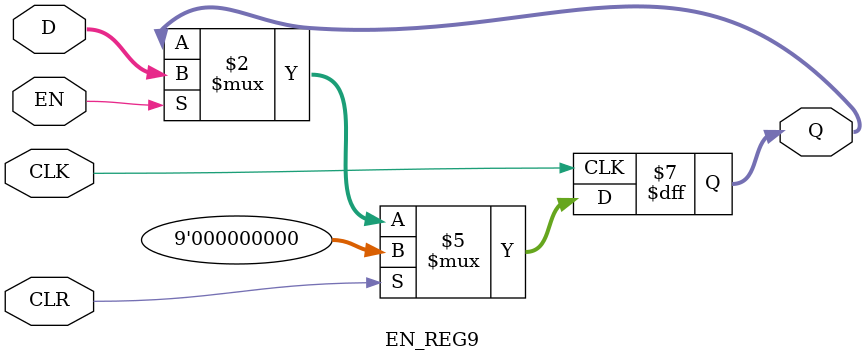
<source format=v>
/*	EN_REG9		*/
module	EN_REG9	( D, Q, EN, CLR, CLK );
input	[8:0]	D;
input		EN, CLR, CLK;
output	[8:0]	Q;
reg	[8:0]	Q;

	always	@( posedge CLK )
		if ( CLR )
			Q <= 0;
		else if ( EN )
			Q <= D;
endmodule

</source>
